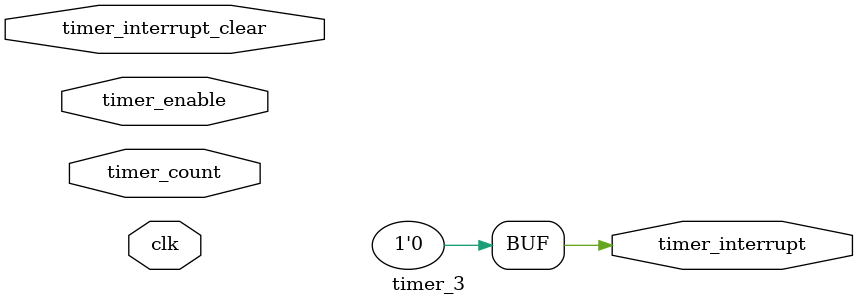
<source format=v>
module timer_3 (
   timer_interrupt,
   clk, timer_count, timer_enable, timer_interrupt_clear
   ) ;
   input clk;
   input [31:0] timer_count;
   input        timer_enable;
   input        timer_interrupt_clear;   
   output       timer_interrupt;
   reg [31:0]   count = 32'h0000_0000;
   reg          timer_interrupt = 1'b0;
   reg          interrupt = 1'b0;
   assign timer_expired = (count >= timer_count);
   always @(posedge clk)
     if (timer_enable  && !timer_expired) begin
        count <= count + 1;        
     end else begin
        count <= 32'h0000_0000;        
     end
   always @(posedge clk)
     if (timer_enable  & !timer_interrupt_clear) begin
        interrupt <= timer_expired;        
     end else begin
        interrupt <= 1'b0;        
     end
endmodule
</source>
